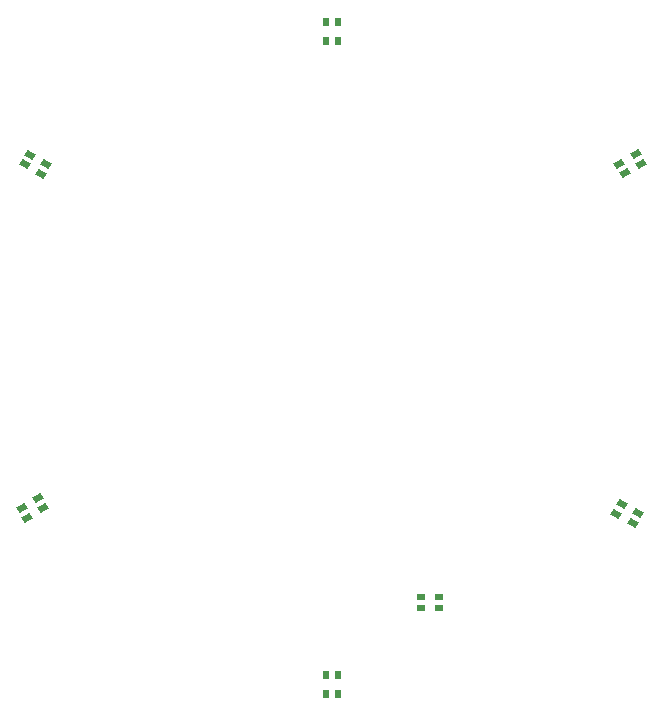
<source format=gbp>
G04*
G04 #@! TF.GenerationSoftware,Altium Limited,CircuitMaker,2.3.0 (2.3.0.3)*
G04*
G04 Layer_Color=16770453*
%FSLAX25Y25*%
%MOIN*%
G70*
G04*
G04 #@! TF.SameCoordinates,DFAF08F0-1B05-4ABB-8EC1-2A918C0C2617*
G04*
G04*
G04 #@! TF.FilePolarity,Positive*
G04*
G01*
G75*
%ADD96R,0.03150X0.02165*%
%ADD97R,0.02165X0.03150*%
G04:AMPARAMS|DCode=98|XSize=21.65mil|YSize=31.5mil|CornerRadius=0mil|HoleSize=0mil|Usage=FLASHONLY|Rotation=240.000|XOffset=0mil|YOffset=0mil|HoleType=Round|Shape=Rectangle|*
%AMROTATEDRECTD98*
4,1,4,-0.00822,0.01725,0.01905,0.00150,0.00822,-0.01725,-0.01905,-0.00150,-0.00822,0.01725,0.0*
%
%ADD98ROTATEDRECTD98*%

G04:AMPARAMS|DCode=99|XSize=21.65mil|YSize=31.5mil|CornerRadius=0mil|HoleSize=0mil|Usage=FLASHONLY|Rotation=120.000|XOffset=0mil|YOffset=0mil|HoleType=Round|Shape=Rectangle|*
%AMROTATEDRECTD99*
4,1,4,0.01905,-0.00150,-0.00822,-0.01725,-0.01905,0.00150,0.00822,0.01725,0.01905,-0.00150,0.0*
%
%ADD99ROTATEDRECTD99*%

D96*
X163750Y37730D02*
D03*
Y41470D02*
D03*
X157450D02*
D03*
Y37730D02*
D03*
D97*
X126083Y226924D02*
D03*
X129823D02*
D03*
Y233224D02*
D03*
X126083D02*
D03*
X129823Y15350D02*
D03*
X126083D02*
D03*
Y9050D02*
D03*
X129823D02*
D03*
D98*
X224607Y72494D02*
D03*
X222737Y69255D02*
D03*
X228193Y66106D02*
D03*
X230063Y69345D02*
D03*
X30893Y182506D02*
D03*
X32763Y185745D02*
D03*
X27307Y188894D02*
D03*
X25437Y185655D02*
D03*
D99*
X31763Y71055D02*
D03*
X29893Y74294D02*
D03*
X24437Y71145D02*
D03*
X26307Y67906D02*
D03*
X223737Y185945D02*
D03*
X225607Y182706D02*
D03*
X231063Y185855D02*
D03*
X229193Y189094D02*
D03*
M02*

</source>
